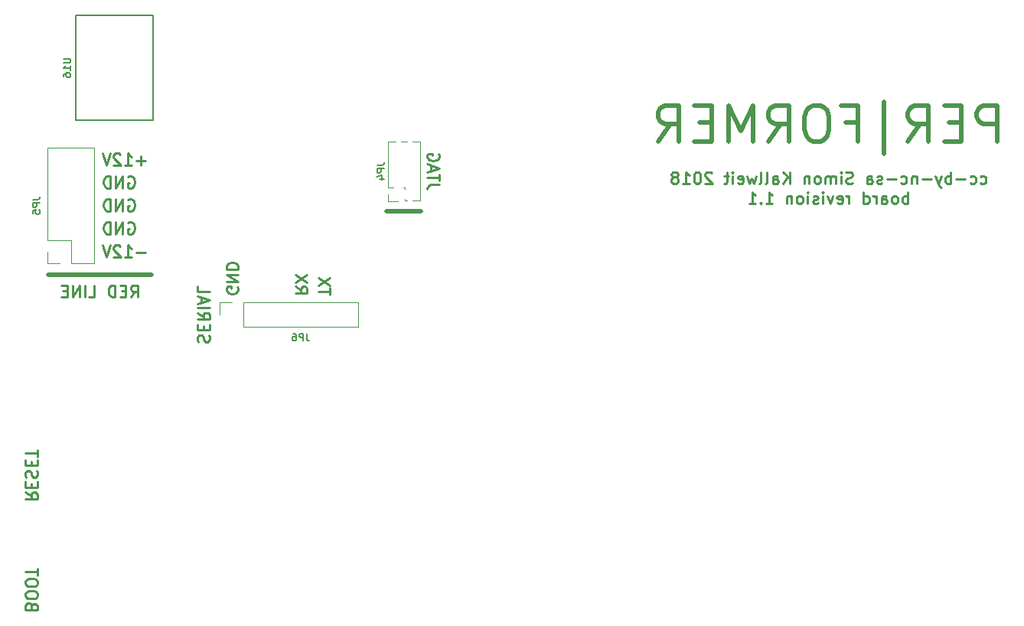
<source format=gbo>
G04 #@! TF.GenerationSoftware,KiCad,Pcbnew,(5.0.0-rc2-24-g81af2db)*
G04 #@! TF.CreationDate,2019-03-18T22:47:18-05:00*
G04 #@! TF.ProjectId,sequencer,73657175656E6365722E6B696361645F,1.0*
G04 #@! TF.SameCoordinates,Original*
G04 #@! TF.FileFunction,Legend,Bot*
G04 #@! TF.FilePolarity,Positive*
%FSLAX46Y46*%
G04 Gerber Fmt 4.6, Leading zero omitted, Abs format (unit mm)*
G04 Created by KiCad (PCBNEW (5.0.0-rc2-24-g81af2db)) date Monday, March 18, 2019 at 10:47:18 PM*
%MOMM*%
%LPD*%
G01*
G04 APERTURE LIST*
%ADD10C,0.250000*%
%ADD11C,0.500000*%
%ADD12C,0.120000*%
%ADD13C,0.127000*%
%ADD14C,0.150000*%
G04 APERTURE END LIST*
D10*
X79467857Y-122414285D02*
X79405952Y-122228571D01*
X79344047Y-122166666D01*
X79220238Y-122104761D01*
X79034523Y-122104761D01*
X78910714Y-122166666D01*
X78848809Y-122228571D01*
X78786904Y-122352380D01*
X78786904Y-122847619D01*
X80086904Y-122847619D01*
X80086904Y-122414285D01*
X80025000Y-122290476D01*
X79963095Y-122228571D01*
X79839285Y-122166666D01*
X79715476Y-122166666D01*
X79591666Y-122228571D01*
X79529761Y-122290476D01*
X79467857Y-122414285D01*
X79467857Y-122847619D01*
X80086904Y-121300000D02*
X80086904Y-121052380D01*
X80025000Y-120928571D01*
X79901190Y-120804761D01*
X79653571Y-120742857D01*
X79220238Y-120742857D01*
X78972619Y-120804761D01*
X78848809Y-120928571D01*
X78786904Y-121052380D01*
X78786904Y-121300000D01*
X78848809Y-121423809D01*
X78972619Y-121547619D01*
X79220238Y-121609523D01*
X79653571Y-121609523D01*
X79901190Y-121547619D01*
X80025000Y-121423809D01*
X80086904Y-121300000D01*
X80086904Y-119938095D02*
X80086904Y-119690476D01*
X80025000Y-119566666D01*
X79901190Y-119442857D01*
X79653571Y-119380952D01*
X79220238Y-119380952D01*
X78972619Y-119442857D01*
X78848809Y-119566666D01*
X78786904Y-119690476D01*
X78786904Y-119938095D01*
X78848809Y-120061904D01*
X78972619Y-120185714D01*
X79220238Y-120247619D01*
X79653571Y-120247619D01*
X79901190Y-120185714D01*
X80025000Y-120061904D01*
X80086904Y-119938095D01*
X80086904Y-119009523D02*
X80086904Y-118266666D01*
X78786904Y-118638095D02*
X80086904Y-118638095D01*
X78786904Y-109838095D02*
X79405952Y-110271428D01*
X78786904Y-110580952D02*
X80086904Y-110580952D01*
X80086904Y-110085714D01*
X80025000Y-109961904D01*
X79963095Y-109900000D01*
X79839285Y-109838095D01*
X79653571Y-109838095D01*
X79529761Y-109900000D01*
X79467857Y-109961904D01*
X79405952Y-110085714D01*
X79405952Y-110580952D01*
X79467857Y-109280952D02*
X79467857Y-108847619D01*
X78786904Y-108661904D02*
X78786904Y-109280952D01*
X80086904Y-109280952D01*
X80086904Y-108661904D01*
X78848809Y-108166666D02*
X78786904Y-107980952D01*
X78786904Y-107671428D01*
X78848809Y-107547619D01*
X78910714Y-107485714D01*
X79034523Y-107423809D01*
X79158333Y-107423809D01*
X79282142Y-107485714D01*
X79344047Y-107547619D01*
X79405952Y-107671428D01*
X79467857Y-107919047D01*
X79529761Y-108042857D01*
X79591666Y-108104761D01*
X79715476Y-108166666D01*
X79839285Y-108166666D01*
X79963095Y-108104761D01*
X80025000Y-108042857D01*
X80086904Y-107919047D01*
X80086904Y-107609523D01*
X80025000Y-107423809D01*
X79467857Y-106866666D02*
X79467857Y-106433333D01*
X78786904Y-106247619D02*
X78786904Y-106866666D01*
X80086904Y-106866666D01*
X80086904Y-106247619D01*
X80086904Y-105876190D02*
X80086904Y-105133333D01*
X78786904Y-105504761D02*
X80086904Y-105504761D01*
D11*
X186306666Y-71024523D02*
X186306666Y-67024523D01*
X184782857Y-67024523D01*
X184401904Y-67215000D01*
X184211428Y-67405476D01*
X184020952Y-67786428D01*
X184020952Y-68357857D01*
X184211428Y-68738809D01*
X184401904Y-68929285D01*
X184782857Y-69119761D01*
X186306666Y-69119761D01*
X182306666Y-68929285D02*
X180973333Y-68929285D01*
X180401904Y-71024523D02*
X182306666Y-71024523D01*
X182306666Y-67024523D01*
X180401904Y-67024523D01*
X176401904Y-71024523D02*
X177735238Y-69119761D01*
X178687619Y-71024523D02*
X178687619Y-67024523D01*
X177163809Y-67024523D01*
X176782857Y-67215000D01*
X176592380Y-67405476D01*
X176401904Y-67786428D01*
X176401904Y-68357857D01*
X176592380Y-68738809D01*
X176782857Y-68929285D01*
X177163809Y-69119761D01*
X178687619Y-69119761D01*
X173735238Y-72357857D02*
X173735238Y-66643571D01*
X169544761Y-68929285D02*
X170878095Y-68929285D01*
X170878095Y-71024523D02*
X170878095Y-67024523D01*
X168973333Y-67024523D01*
X166687619Y-67024523D02*
X165925714Y-67024523D01*
X165544761Y-67215000D01*
X165163809Y-67595952D01*
X164973333Y-68357857D01*
X164973333Y-69691190D01*
X165163809Y-70453095D01*
X165544761Y-70834047D01*
X165925714Y-71024523D01*
X166687619Y-71024523D01*
X167068571Y-70834047D01*
X167449523Y-70453095D01*
X167640000Y-69691190D01*
X167640000Y-68357857D01*
X167449523Y-67595952D01*
X167068571Y-67215000D01*
X166687619Y-67024523D01*
X160973333Y-71024523D02*
X162306666Y-69119761D01*
X163259047Y-71024523D02*
X163259047Y-67024523D01*
X161735238Y-67024523D01*
X161354285Y-67215000D01*
X161163809Y-67405476D01*
X160973333Y-67786428D01*
X160973333Y-68357857D01*
X161163809Y-68738809D01*
X161354285Y-68929285D01*
X161735238Y-69119761D01*
X163259047Y-69119761D01*
X159259047Y-71024523D02*
X159259047Y-67024523D01*
X157925714Y-69881666D01*
X156592380Y-67024523D01*
X156592380Y-71024523D01*
X154687619Y-68929285D02*
X153354285Y-68929285D01*
X152782857Y-71024523D02*
X154687619Y-71024523D01*
X154687619Y-67024523D01*
X152782857Y-67024523D01*
X148782857Y-71024523D02*
X150116190Y-69119761D01*
X151068571Y-71024523D02*
X151068571Y-67024523D01*
X149544761Y-67024523D01*
X149163809Y-67215000D01*
X148973333Y-67405476D01*
X148782857Y-67786428D01*
X148782857Y-68357857D01*
X148973333Y-68738809D01*
X149163809Y-68929285D01*
X149544761Y-69119761D01*
X151068571Y-69119761D01*
D10*
X184416190Y-75626190D02*
X184540000Y-75688095D01*
X184787619Y-75688095D01*
X184911428Y-75626190D01*
X184973333Y-75564285D01*
X185035238Y-75440476D01*
X185035238Y-75069047D01*
X184973333Y-74945238D01*
X184911428Y-74883333D01*
X184787619Y-74821428D01*
X184540000Y-74821428D01*
X184416190Y-74883333D01*
X183301904Y-75626190D02*
X183425714Y-75688095D01*
X183673333Y-75688095D01*
X183797142Y-75626190D01*
X183859047Y-75564285D01*
X183920952Y-75440476D01*
X183920952Y-75069047D01*
X183859047Y-74945238D01*
X183797142Y-74883333D01*
X183673333Y-74821428D01*
X183425714Y-74821428D01*
X183301904Y-74883333D01*
X182744761Y-75192857D02*
X181754285Y-75192857D01*
X181135238Y-75688095D02*
X181135238Y-74388095D01*
X181135238Y-74883333D02*
X181011428Y-74821428D01*
X180763809Y-74821428D01*
X180640000Y-74883333D01*
X180578095Y-74945238D01*
X180516190Y-75069047D01*
X180516190Y-75440476D01*
X180578095Y-75564285D01*
X180640000Y-75626190D01*
X180763809Y-75688095D01*
X181011428Y-75688095D01*
X181135238Y-75626190D01*
X180082857Y-74821428D02*
X179773333Y-75688095D01*
X179463809Y-74821428D02*
X179773333Y-75688095D01*
X179897142Y-75997619D01*
X179959047Y-76059523D01*
X180082857Y-76121428D01*
X178968571Y-75192857D02*
X177978095Y-75192857D01*
X177359047Y-74821428D02*
X177359047Y-75688095D01*
X177359047Y-74945238D02*
X177297142Y-74883333D01*
X177173333Y-74821428D01*
X176987619Y-74821428D01*
X176863809Y-74883333D01*
X176801904Y-75007142D01*
X176801904Y-75688095D01*
X175625714Y-75626190D02*
X175749523Y-75688095D01*
X175997142Y-75688095D01*
X176120952Y-75626190D01*
X176182857Y-75564285D01*
X176244761Y-75440476D01*
X176244761Y-75069047D01*
X176182857Y-74945238D01*
X176120952Y-74883333D01*
X175997142Y-74821428D01*
X175749523Y-74821428D01*
X175625714Y-74883333D01*
X175068571Y-75192857D02*
X174078095Y-75192857D01*
X173520952Y-75626190D02*
X173397142Y-75688095D01*
X173149523Y-75688095D01*
X173025714Y-75626190D01*
X172963809Y-75502380D01*
X172963809Y-75440476D01*
X173025714Y-75316666D01*
X173149523Y-75254761D01*
X173335238Y-75254761D01*
X173459047Y-75192857D01*
X173520952Y-75069047D01*
X173520952Y-75007142D01*
X173459047Y-74883333D01*
X173335238Y-74821428D01*
X173149523Y-74821428D01*
X173025714Y-74883333D01*
X171849523Y-75688095D02*
X171849523Y-75007142D01*
X171911428Y-74883333D01*
X172035238Y-74821428D01*
X172282857Y-74821428D01*
X172406666Y-74883333D01*
X171849523Y-75626190D02*
X171973333Y-75688095D01*
X172282857Y-75688095D01*
X172406666Y-75626190D01*
X172468571Y-75502380D01*
X172468571Y-75378571D01*
X172406666Y-75254761D01*
X172282857Y-75192857D01*
X171973333Y-75192857D01*
X171849523Y-75130952D01*
X170301904Y-75626190D02*
X170116190Y-75688095D01*
X169806666Y-75688095D01*
X169682857Y-75626190D01*
X169620952Y-75564285D01*
X169559047Y-75440476D01*
X169559047Y-75316666D01*
X169620952Y-75192857D01*
X169682857Y-75130952D01*
X169806666Y-75069047D01*
X170054285Y-75007142D01*
X170178095Y-74945238D01*
X170240000Y-74883333D01*
X170301904Y-74759523D01*
X170301904Y-74635714D01*
X170240000Y-74511904D01*
X170178095Y-74450000D01*
X170054285Y-74388095D01*
X169744761Y-74388095D01*
X169559047Y-74450000D01*
X169001904Y-75688095D02*
X169001904Y-74821428D01*
X169001904Y-74388095D02*
X169063809Y-74450000D01*
X169001904Y-74511904D01*
X168940000Y-74450000D01*
X169001904Y-74388095D01*
X169001904Y-74511904D01*
X168382857Y-75688095D02*
X168382857Y-74821428D01*
X168382857Y-74945238D02*
X168320952Y-74883333D01*
X168197142Y-74821428D01*
X168011428Y-74821428D01*
X167887619Y-74883333D01*
X167825714Y-75007142D01*
X167825714Y-75688095D01*
X167825714Y-75007142D02*
X167763809Y-74883333D01*
X167640000Y-74821428D01*
X167454285Y-74821428D01*
X167330476Y-74883333D01*
X167268571Y-75007142D01*
X167268571Y-75688095D01*
X166463809Y-75688095D02*
X166587619Y-75626190D01*
X166649523Y-75564285D01*
X166711428Y-75440476D01*
X166711428Y-75069047D01*
X166649523Y-74945238D01*
X166587619Y-74883333D01*
X166463809Y-74821428D01*
X166278095Y-74821428D01*
X166154285Y-74883333D01*
X166092380Y-74945238D01*
X166030476Y-75069047D01*
X166030476Y-75440476D01*
X166092380Y-75564285D01*
X166154285Y-75626190D01*
X166278095Y-75688095D01*
X166463809Y-75688095D01*
X165473333Y-74821428D02*
X165473333Y-75688095D01*
X165473333Y-74945238D02*
X165411428Y-74883333D01*
X165287619Y-74821428D01*
X165101904Y-74821428D01*
X164978095Y-74883333D01*
X164916190Y-75007142D01*
X164916190Y-75688095D01*
X163306666Y-75688095D02*
X163306666Y-74388095D01*
X162563809Y-75688095D02*
X163120952Y-74945238D01*
X162563809Y-74388095D02*
X163306666Y-75130952D01*
X161449523Y-75688095D02*
X161449523Y-75007142D01*
X161511428Y-74883333D01*
X161635238Y-74821428D01*
X161882857Y-74821428D01*
X162006666Y-74883333D01*
X161449523Y-75626190D02*
X161573333Y-75688095D01*
X161882857Y-75688095D01*
X162006666Y-75626190D01*
X162068571Y-75502380D01*
X162068571Y-75378571D01*
X162006666Y-75254761D01*
X161882857Y-75192857D01*
X161573333Y-75192857D01*
X161449523Y-75130952D01*
X160644761Y-75688095D02*
X160768571Y-75626190D01*
X160830476Y-75502380D01*
X160830476Y-74388095D01*
X159963809Y-75688095D02*
X160087619Y-75626190D01*
X160149523Y-75502380D01*
X160149523Y-74388095D01*
X159592380Y-74821428D02*
X159344761Y-75688095D01*
X159097142Y-75069047D01*
X158849523Y-75688095D01*
X158601904Y-74821428D01*
X157611428Y-75626190D02*
X157735238Y-75688095D01*
X157982857Y-75688095D01*
X158106666Y-75626190D01*
X158168571Y-75502380D01*
X158168571Y-75007142D01*
X158106666Y-74883333D01*
X157982857Y-74821428D01*
X157735238Y-74821428D01*
X157611428Y-74883333D01*
X157549523Y-75007142D01*
X157549523Y-75130952D01*
X158168571Y-75254761D01*
X156992380Y-75688095D02*
X156992380Y-74821428D01*
X156992380Y-74388095D02*
X157054285Y-74450000D01*
X156992380Y-74511904D01*
X156930476Y-74450000D01*
X156992380Y-74388095D01*
X156992380Y-74511904D01*
X156559047Y-74821428D02*
X156063809Y-74821428D01*
X156373333Y-74388095D02*
X156373333Y-75502380D01*
X156311428Y-75626190D01*
X156187619Y-75688095D01*
X156063809Y-75688095D01*
X154701904Y-74511904D02*
X154640000Y-74450000D01*
X154516190Y-74388095D01*
X154206666Y-74388095D01*
X154082857Y-74450000D01*
X154020952Y-74511904D01*
X153959047Y-74635714D01*
X153959047Y-74759523D01*
X154020952Y-74945238D01*
X154763809Y-75688095D01*
X153959047Y-75688095D01*
X153154285Y-74388095D02*
X153030476Y-74388095D01*
X152906666Y-74450000D01*
X152844761Y-74511904D01*
X152782857Y-74635714D01*
X152720952Y-74883333D01*
X152720952Y-75192857D01*
X152782857Y-75440476D01*
X152844761Y-75564285D01*
X152906666Y-75626190D01*
X153030476Y-75688095D01*
X153154285Y-75688095D01*
X153278095Y-75626190D01*
X153340000Y-75564285D01*
X153401904Y-75440476D01*
X153463809Y-75192857D01*
X153463809Y-74883333D01*
X153401904Y-74635714D01*
X153340000Y-74511904D01*
X153278095Y-74450000D01*
X153154285Y-74388095D01*
X151482857Y-75688095D02*
X152225714Y-75688095D01*
X151854285Y-75688095D02*
X151854285Y-74388095D01*
X151978095Y-74573809D01*
X152101904Y-74697619D01*
X152225714Y-74759523D01*
X150740000Y-74945238D02*
X150863809Y-74883333D01*
X150925714Y-74821428D01*
X150987619Y-74697619D01*
X150987619Y-74635714D01*
X150925714Y-74511904D01*
X150863809Y-74450000D01*
X150740000Y-74388095D01*
X150492380Y-74388095D01*
X150368571Y-74450000D01*
X150306666Y-74511904D01*
X150244761Y-74635714D01*
X150244761Y-74697619D01*
X150306666Y-74821428D01*
X150368571Y-74883333D01*
X150492380Y-74945238D01*
X150740000Y-74945238D01*
X150863809Y-75007142D01*
X150925714Y-75069047D01*
X150987619Y-75192857D01*
X150987619Y-75440476D01*
X150925714Y-75564285D01*
X150863809Y-75626190D01*
X150740000Y-75688095D01*
X150492380Y-75688095D01*
X150368571Y-75626190D01*
X150306666Y-75564285D01*
X150244761Y-75440476D01*
X150244761Y-75192857D01*
X150306666Y-75069047D01*
X150368571Y-75007142D01*
X150492380Y-74945238D01*
X176399523Y-77888095D02*
X176399523Y-76588095D01*
X176399523Y-77083333D02*
X176275714Y-77021428D01*
X176028095Y-77021428D01*
X175904285Y-77083333D01*
X175842380Y-77145238D01*
X175780476Y-77269047D01*
X175780476Y-77640476D01*
X175842380Y-77764285D01*
X175904285Y-77826190D01*
X176028095Y-77888095D01*
X176275714Y-77888095D01*
X176399523Y-77826190D01*
X175037619Y-77888095D02*
X175161428Y-77826190D01*
X175223333Y-77764285D01*
X175285238Y-77640476D01*
X175285238Y-77269047D01*
X175223333Y-77145238D01*
X175161428Y-77083333D01*
X175037619Y-77021428D01*
X174851904Y-77021428D01*
X174728095Y-77083333D01*
X174666190Y-77145238D01*
X174604285Y-77269047D01*
X174604285Y-77640476D01*
X174666190Y-77764285D01*
X174728095Y-77826190D01*
X174851904Y-77888095D01*
X175037619Y-77888095D01*
X173490000Y-77888095D02*
X173490000Y-77207142D01*
X173551904Y-77083333D01*
X173675714Y-77021428D01*
X173923333Y-77021428D01*
X174047142Y-77083333D01*
X173490000Y-77826190D02*
X173613809Y-77888095D01*
X173923333Y-77888095D01*
X174047142Y-77826190D01*
X174109047Y-77702380D01*
X174109047Y-77578571D01*
X174047142Y-77454761D01*
X173923333Y-77392857D01*
X173613809Y-77392857D01*
X173490000Y-77330952D01*
X172870952Y-77888095D02*
X172870952Y-77021428D01*
X172870952Y-77269047D02*
X172809047Y-77145238D01*
X172747142Y-77083333D01*
X172623333Y-77021428D01*
X172499523Y-77021428D01*
X171509047Y-77888095D02*
X171509047Y-76588095D01*
X171509047Y-77826190D02*
X171632857Y-77888095D01*
X171880476Y-77888095D01*
X172004285Y-77826190D01*
X172066190Y-77764285D01*
X172128095Y-77640476D01*
X172128095Y-77269047D01*
X172066190Y-77145238D01*
X172004285Y-77083333D01*
X171880476Y-77021428D01*
X171632857Y-77021428D01*
X171509047Y-77083333D01*
X169899523Y-77888095D02*
X169899523Y-77021428D01*
X169899523Y-77269047D02*
X169837619Y-77145238D01*
X169775714Y-77083333D01*
X169651904Y-77021428D01*
X169528095Y-77021428D01*
X168599523Y-77826190D02*
X168723333Y-77888095D01*
X168970952Y-77888095D01*
X169094761Y-77826190D01*
X169156666Y-77702380D01*
X169156666Y-77207142D01*
X169094761Y-77083333D01*
X168970952Y-77021428D01*
X168723333Y-77021428D01*
X168599523Y-77083333D01*
X168537619Y-77207142D01*
X168537619Y-77330952D01*
X169156666Y-77454761D01*
X168104285Y-77021428D02*
X167794761Y-77888095D01*
X167485238Y-77021428D01*
X166990000Y-77888095D02*
X166990000Y-77021428D01*
X166990000Y-76588095D02*
X167051904Y-76650000D01*
X166990000Y-76711904D01*
X166928095Y-76650000D01*
X166990000Y-76588095D01*
X166990000Y-76711904D01*
X166432857Y-77826190D02*
X166309047Y-77888095D01*
X166061428Y-77888095D01*
X165937619Y-77826190D01*
X165875714Y-77702380D01*
X165875714Y-77640476D01*
X165937619Y-77516666D01*
X166061428Y-77454761D01*
X166247142Y-77454761D01*
X166370952Y-77392857D01*
X166432857Y-77269047D01*
X166432857Y-77207142D01*
X166370952Y-77083333D01*
X166247142Y-77021428D01*
X166061428Y-77021428D01*
X165937619Y-77083333D01*
X165318571Y-77888095D02*
X165318571Y-77021428D01*
X165318571Y-76588095D02*
X165380476Y-76650000D01*
X165318571Y-76711904D01*
X165256666Y-76650000D01*
X165318571Y-76588095D01*
X165318571Y-76711904D01*
X164513809Y-77888095D02*
X164637619Y-77826190D01*
X164699523Y-77764285D01*
X164761428Y-77640476D01*
X164761428Y-77269047D01*
X164699523Y-77145238D01*
X164637619Y-77083333D01*
X164513809Y-77021428D01*
X164328095Y-77021428D01*
X164204285Y-77083333D01*
X164142380Y-77145238D01*
X164080476Y-77269047D01*
X164080476Y-77640476D01*
X164142380Y-77764285D01*
X164204285Y-77826190D01*
X164328095Y-77888095D01*
X164513809Y-77888095D01*
X163523333Y-77021428D02*
X163523333Y-77888095D01*
X163523333Y-77145238D02*
X163461428Y-77083333D01*
X163337619Y-77021428D01*
X163151904Y-77021428D01*
X163028095Y-77083333D01*
X162966190Y-77207142D01*
X162966190Y-77888095D01*
X160675714Y-77888095D02*
X161418571Y-77888095D01*
X161047142Y-77888095D02*
X161047142Y-76588095D01*
X161170952Y-76773809D01*
X161294761Y-76897619D01*
X161418571Y-76959523D01*
X160118571Y-77764285D02*
X160056666Y-77826190D01*
X160118571Y-77888095D01*
X160180476Y-77826190D01*
X160118571Y-77764285D01*
X160118571Y-77888095D01*
X158818571Y-77888095D02*
X159561428Y-77888095D01*
X159190000Y-77888095D02*
X159190000Y-76588095D01*
X159313809Y-76773809D01*
X159437619Y-76897619D01*
X159561428Y-76959523D01*
X97898809Y-93172380D02*
X97836904Y-92986666D01*
X97836904Y-92677142D01*
X97898809Y-92553333D01*
X97960714Y-92491428D01*
X98084523Y-92429523D01*
X98208333Y-92429523D01*
X98332142Y-92491428D01*
X98394047Y-92553333D01*
X98455952Y-92677142D01*
X98517857Y-92924761D01*
X98579761Y-93048571D01*
X98641666Y-93110476D01*
X98765476Y-93172380D01*
X98889285Y-93172380D01*
X99013095Y-93110476D01*
X99075000Y-93048571D01*
X99136904Y-92924761D01*
X99136904Y-92615238D01*
X99075000Y-92429523D01*
X98517857Y-91872380D02*
X98517857Y-91439047D01*
X97836904Y-91253333D02*
X97836904Y-91872380D01*
X99136904Y-91872380D01*
X99136904Y-91253333D01*
X97836904Y-89953333D02*
X98455952Y-90386666D01*
X97836904Y-90696190D02*
X99136904Y-90696190D01*
X99136904Y-90200952D01*
X99075000Y-90077142D01*
X99013095Y-90015238D01*
X98889285Y-89953333D01*
X98703571Y-89953333D01*
X98579761Y-90015238D01*
X98517857Y-90077142D01*
X98455952Y-90200952D01*
X98455952Y-90696190D01*
X97836904Y-89396190D02*
X99136904Y-89396190D01*
X98208333Y-88839047D02*
X98208333Y-88220000D01*
X97836904Y-88962857D02*
X99136904Y-88529523D01*
X97836904Y-88096190D01*
X97836904Y-87043809D02*
X97836904Y-87662857D01*
X99136904Y-87662857D01*
D11*
X122555000Y-78740000D02*
X118745000Y-78740000D01*
D10*
X90430714Y-88218095D02*
X90864047Y-87599047D01*
X91173571Y-88218095D02*
X91173571Y-86918095D01*
X90678333Y-86918095D01*
X90554523Y-86980000D01*
X90492619Y-87041904D01*
X90430714Y-87165714D01*
X90430714Y-87351428D01*
X90492619Y-87475238D01*
X90554523Y-87537142D01*
X90678333Y-87599047D01*
X91173571Y-87599047D01*
X89873571Y-87537142D02*
X89440238Y-87537142D01*
X89254523Y-88218095D02*
X89873571Y-88218095D01*
X89873571Y-86918095D01*
X89254523Y-86918095D01*
X88697380Y-88218095D02*
X88697380Y-86918095D01*
X88387857Y-86918095D01*
X88202142Y-86980000D01*
X88078333Y-87103809D01*
X88016428Y-87227619D01*
X87954523Y-87475238D01*
X87954523Y-87660952D01*
X88016428Y-87908571D01*
X88078333Y-88032380D01*
X88202142Y-88156190D01*
X88387857Y-88218095D01*
X88697380Y-88218095D01*
X85787857Y-88218095D02*
X86406904Y-88218095D01*
X86406904Y-86918095D01*
X85354523Y-88218095D02*
X85354523Y-86918095D01*
X84735476Y-88218095D02*
X84735476Y-86918095D01*
X83992619Y-88218095D01*
X83992619Y-86918095D01*
X83373571Y-87537142D02*
X82940238Y-87537142D01*
X82754523Y-88218095D02*
X83373571Y-88218095D01*
X83373571Y-86918095D01*
X82754523Y-86918095D01*
D11*
X81280000Y-85725000D02*
X92710000Y-85725000D01*
D10*
X92047976Y-73117857D02*
X91057500Y-73117857D01*
X91552738Y-73613095D02*
X91552738Y-72622619D01*
X89757500Y-73613095D02*
X90500357Y-73613095D01*
X90128928Y-73613095D02*
X90128928Y-72313095D01*
X90252738Y-72498809D01*
X90376547Y-72622619D01*
X90500357Y-72684523D01*
X89262261Y-72436904D02*
X89200357Y-72375000D01*
X89076547Y-72313095D01*
X88767023Y-72313095D01*
X88643214Y-72375000D01*
X88581309Y-72436904D01*
X88519404Y-72560714D01*
X88519404Y-72684523D01*
X88581309Y-72870238D01*
X89324166Y-73613095D01*
X88519404Y-73613095D01*
X88147976Y-72313095D02*
X87714642Y-73613095D01*
X87281309Y-72313095D01*
X92047976Y-83277857D02*
X91057500Y-83277857D01*
X89757500Y-83773095D02*
X90500357Y-83773095D01*
X90128928Y-83773095D02*
X90128928Y-82473095D01*
X90252738Y-82658809D01*
X90376547Y-82782619D01*
X90500357Y-82844523D01*
X89262261Y-82596904D02*
X89200357Y-82535000D01*
X89076547Y-82473095D01*
X88767023Y-82473095D01*
X88643214Y-82535000D01*
X88581309Y-82596904D01*
X88519404Y-82720714D01*
X88519404Y-82844523D01*
X88581309Y-83030238D01*
X89324166Y-83773095D01*
X88519404Y-83773095D01*
X88147976Y-82473095D02*
X87714642Y-83773095D01*
X87281309Y-82473095D01*
X90128928Y-74915000D02*
X90252738Y-74853095D01*
X90438452Y-74853095D01*
X90624166Y-74915000D01*
X90747976Y-75038809D01*
X90809880Y-75162619D01*
X90871785Y-75410238D01*
X90871785Y-75595952D01*
X90809880Y-75843571D01*
X90747976Y-75967380D01*
X90624166Y-76091190D01*
X90438452Y-76153095D01*
X90314642Y-76153095D01*
X90128928Y-76091190D01*
X90067023Y-76029285D01*
X90067023Y-75595952D01*
X90314642Y-75595952D01*
X89509880Y-76153095D02*
X89509880Y-74853095D01*
X88767023Y-76153095D01*
X88767023Y-74853095D01*
X88147976Y-76153095D02*
X88147976Y-74853095D01*
X87838452Y-74853095D01*
X87652738Y-74915000D01*
X87528928Y-75038809D01*
X87467023Y-75162619D01*
X87405119Y-75410238D01*
X87405119Y-75595952D01*
X87467023Y-75843571D01*
X87528928Y-75967380D01*
X87652738Y-76091190D01*
X87838452Y-76153095D01*
X88147976Y-76153095D01*
X90128928Y-77455000D02*
X90252738Y-77393095D01*
X90438452Y-77393095D01*
X90624166Y-77455000D01*
X90747976Y-77578809D01*
X90809880Y-77702619D01*
X90871785Y-77950238D01*
X90871785Y-78135952D01*
X90809880Y-78383571D01*
X90747976Y-78507380D01*
X90624166Y-78631190D01*
X90438452Y-78693095D01*
X90314642Y-78693095D01*
X90128928Y-78631190D01*
X90067023Y-78569285D01*
X90067023Y-78135952D01*
X90314642Y-78135952D01*
X89509880Y-78693095D02*
X89509880Y-77393095D01*
X88767023Y-78693095D01*
X88767023Y-77393095D01*
X88147976Y-78693095D02*
X88147976Y-77393095D01*
X87838452Y-77393095D01*
X87652738Y-77455000D01*
X87528928Y-77578809D01*
X87467023Y-77702619D01*
X87405119Y-77950238D01*
X87405119Y-78135952D01*
X87467023Y-78383571D01*
X87528928Y-78507380D01*
X87652738Y-78631190D01*
X87838452Y-78693095D01*
X88147976Y-78693095D01*
X90128928Y-79995000D02*
X90252738Y-79933095D01*
X90438452Y-79933095D01*
X90624166Y-79995000D01*
X90747976Y-80118809D01*
X90809880Y-80242619D01*
X90871785Y-80490238D01*
X90871785Y-80675952D01*
X90809880Y-80923571D01*
X90747976Y-81047380D01*
X90624166Y-81171190D01*
X90438452Y-81233095D01*
X90314642Y-81233095D01*
X90128928Y-81171190D01*
X90067023Y-81109285D01*
X90067023Y-80675952D01*
X90314642Y-80675952D01*
X89509880Y-81233095D02*
X89509880Y-79933095D01*
X88767023Y-81233095D01*
X88767023Y-79933095D01*
X88147976Y-81233095D02*
X88147976Y-79933095D01*
X87838452Y-79933095D01*
X87652738Y-79995000D01*
X87528928Y-80118809D01*
X87467023Y-80242619D01*
X87405119Y-80490238D01*
X87405119Y-80675952D01*
X87467023Y-80923571D01*
X87528928Y-81047380D01*
X87652738Y-81171190D01*
X87838452Y-81233095D01*
X88147976Y-81233095D01*
X102250000Y-87112023D02*
X102311904Y-87235833D01*
X102311904Y-87421547D01*
X102250000Y-87607261D01*
X102126190Y-87731071D01*
X102002380Y-87792976D01*
X101754761Y-87854880D01*
X101569047Y-87854880D01*
X101321428Y-87792976D01*
X101197619Y-87731071D01*
X101073809Y-87607261D01*
X101011904Y-87421547D01*
X101011904Y-87297738D01*
X101073809Y-87112023D01*
X101135714Y-87050119D01*
X101569047Y-87050119D01*
X101569047Y-87297738D01*
X101011904Y-86492976D02*
X102311904Y-86492976D01*
X101011904Y-85750119D01*
X102311904Y-85750119D01*
X101011904Y-85131071D02*
X102311904Y-85131071D01*
X102311904Y-84821547D01*
X102250000Y-84635833D01*
X102126190Y-84512023D01*
X102002380Y-84450119D01*
X101754761Y-84388214D01*
X101569047Y-84388214D01*
X101321428Y-84450119D01*
X101197619Y-84512023D01*
X101073809Y-84635833D01*
X101011904Y-84821547D01*
X101011904Y-85131071D01*
X112471904Y-87978690D02*
X112471904Y-87235833D01*
X111171904Y-87607261D02*
X112471904Y-87607261D01*
X112471904Y-86926309D02*
X111171904Y-86059642D01*
X112471904Y-86059642D02*
X111171904Y-86926309D01*
X108631904Y-87050119D02*
X109250952Y-87483452D01*
X108631904Y-87792976D02*
X109931904Y-87792976D01*
X109931904Y-87297738D01*
X109870000Y-87173928D01*
X109808095Y-87112023D01*
X109684285Y-87050119D01*
X109498571Y-87050119D01*
X109374761Y-87112023D01*
X109312857Y-87173928D01*
X109250952Y-87297738D01*
X109250952Y-87792976D01*
X109931904Y-86616785D02*
X108631904Y-85750119D01*
X109931904Y-85750119D02*
X108631904Y-86616785D01*
X124536904Y-75811666D02*
X123608333Y-75811666D01*
X123422619Y-75873571D01*
X123298809Y-75997380D01*
X123236904Y-76183095D01*
X123236904Y-76306904D01*
X124536904Y-75378333D02*
X124536904Y-74635476D01*
X123236904Y-75006904D02*
X124536904Y-75006904D01*
X123608333Y-74264047D02*
X123608333Y-73645000D01*
X123236904Y-74387857D02*
X124536904Y-73954523D01*
X123236904Y-73521190D01*
X124475000Y-72406904D02*
X124536904Y-72530714D01*
X124536904Y-72716428D01*
X124475000Y-72902142D01*
X124351190Y-73025952D01*
X124227380Y-73087857D01*
X123979761Y-73149761D01*
X123794047Y-73149761D01*
X123546428Y-73087857D01*
X123422619Y-73025952D01*
X123298809Y-72902142D01*
X123236904Y-72716428D01*
X123236904Y-72592619D01*
X123298809Y-72406904D01*
X123360714Y-72345000D01*
X123794047Y-72345000D01*
X123794047Y-72592619D01*
D12*
G04 #@! TO.C,JP6*
X115630000Y-88840000D02*
X115630000Y-91500000D01*
X102870000Y-88840000D02*
X115630000Y-88840000D01*
X102870000Y-91500000D02*
X115630000Y-91500000D01*
X102870000Y-88840000D02*
X102870000Y-91500000D01*
X101600000Y-88840000D02*
X100270000Y-88840000D01*
X100270000Y-88840000D02*
X100270000Y-90170000D01*
G04 #@! TO.C,JP4*
X118885000Y-71060000D02*
X119707470Y-71060000D01*
X121592530Y-71060000D02*
X122415000Y-71060000D01*
X120322530Y-71060000D02*
X120977470Y-71060000D01*
X118885000Y-76075000D02*
X118885000Y-71060000D01*
X122415000Y-77530000D02*
X122415000Y-71060000D01*
X118885000Y-76075000D02*
X119451529Y-76075000D01*
X120578471Y-76075000D02*
X120721529Y-76075000D01*
X120775000Y-76128471D02*
X120775000Y-76271529D01*
X120775000Y-77398471D02*
X120775000Y-77530000D01*
X120775000Y-77530000D02*
X120977470Y-77530000D01*
X121592530Y-77530000D02*
X122415000Y-77530000D01*
X118885000Y-76835000D02*
X118885000Y-77595000D01*
X118885000Y-77595000D02*
X120015000Y-77595000D01*
G04 #@! TO.C,JP5*
X81220000Y-71695000D02*
X86420000Y-71695000D01*
X81220000Y-81915000D02*
X81220000Y-71695000D01*
X86420000Y-84515000D02*
X86420000Y-71695000D01*
X81220000Y-81915000D02*
X83820000Y-81915000D01*
X83820000Y-81915000D02*
X83820000Y-84515000D01*
X83820000Y-84515000D02*
X86420000Y-84515000D01*
X81220000Y-83185000D02*
X81220000Y-84515000D01*
X81220000Y-84515000D02*
X82550000Y-84515000D01*
D13*
G04 #@! TO.C,U16*
X84360000Y-68665000D02*
X84360000Y-57065000D01*
X84360000Y-57065000D02*
X92860000Y-57065000D01*
X92860000Y-57065000D02*
X92860000Y-68665000D01*
X92860000Y-68665000D02*
X84360000Y-68665000D01*
G04 #@! TO.C,JP6*
D14*
X109886666Y-92271904D02*
X109886666Y-92843333D01*
X109924761Y-92957619D01*
X110000952Y-93033809D01*
X110115238Y-93071904D01*
X110191428Y-93071904D01*
X109505714Y-93071904D02*
X109505714Y-92271904D01*
X109200952Y-92271904D01*
X109124761Y-92310000D01*
X109086666Y-92348095D01*
X109048571Y-92424285D01*
X109048571Y-92538571D01*
X109086666Y-92614761D01*
X109124761Y-92652857D01*
X109200952Y-92690952D01*
X109505714Y-92690952D01*
X108362857Y-92271904D02*
X108515238Y-92271904D01*
X108591428Y-92310000D01*
X108629523Y-92348095D01*
X108705714Y-92462380D01*
X108743809Y-92614761D01*
X108743809Y-92919523D01*
X108705714Y-92995714D01*
X108667619Y-93033809D01*
X108591428Y-93071904D01*
X108439047Y-93071904D01*
X108362857Y-93033809D01*
X108324761Y-92995714D01*
X108286666Y-92919523D01*
X108286666Y-92729047D01*
X108324761Y-92652857D01*
X108362857Y-92614761D01*
X108439047Y-92576666D01*
X108591428Y-92576666D01*
X108667619Y-92614761D01*
X108705714Y-92652857D01*
X108743809Y-92729047D01*
G04 #@! TO.C,JP4*
X117671904Y-73628333D02*
X118243333Y-73628333D01*
X118357619Y-73590238D01*
X118433809Y-73514047D01*
X118471904Y-73399761D01*
X118471904Y-73323571D01*
X118471904Y-74009285D02*
X117671904Y-74009285D01*
X117671904Y-74314047D01*
X117710000Y-74390238D01*
X117748095Y-74428333D01*
X117824285Y-74466428D01*
X117938571Y-74466428D01*
X118014761Y-74428333D01*
X118052857Y-74390238D01*
X118090952Y-74314047D01*
X118090952Y-74009285D01*
X117938571Y-75152142D02*
X118471904Y-75152142D01*
X117633809Y-74961666D02*
X118205238Y-74771190D01*
X118205238Y-75266428D01*
G04 #@! TO.C,JP5*
X79571904Y-77438333D02*
X80143333Y-77438333D01*
X80257619Y-77400238D01*
X80333809Y-77324047D01*
X80371904Y-77209761D01*
X80371904Y-77133571D01*
X80371904Y-77819285D02*
X79571904Y-77819285D01*
X79571904Y-78124047D01*
X79610000Y-78200238D01*
X79648095Y-78238333D01*
X79724285Y-78276428D01*
X79838571Y-78276428D01*
X79914761Y-78238333D01*
X79952857Y-78200238D01*
X79990952Y-78124047D01*
X79990952Y-77819285D01*
X79571904Y-79000238D02*
X79571904Y-78619285D01*
X79952857Y-78581190D01*
X79914761Y-78619285D01*
X79876666Y-78695476D01*
X79876666Y-78885952D01*
X79914761Y-78962142D01*
X79952857Y-79000238D01*
X80029047Y-79038333D01*
X80219523Y-79038333D01*
X80295714Y-79000238D01*
X80333809Y-78962142D01*
X80371904Y-78885952D01*
X80371904Y-78695476D01*
X80333809Y-78619285D01*
X80295714Y-78581190D01*
G04 #@! TO.C,U16*
X82981904Y-61882976D02*
X83629523Y-61882976D01*
X83705714Y-61921071D01*
X83743809Y-61959166D01*
X83781904Y-62035357D01*
X83781904Y-62187738D01*
X83743809Y-62263928D01*
X83705714Y-62302023D01*
X83629523Y-62340119D01*
X82981904Y-62340119D01*
X83781904Y-63140119D02*
X83781904Y-62682976D01*
X83781904Y-62911547D02*
X82981904Y-62911547D01*
X83096190Y-62835357D01*
X83172380Y-62759166D01*
X83210476Y-62682976D01*
X82981904Y-63825833D02*
X82981904Y-63673452D01*
X83020000Y-63597261D01*
X83058095Y-63559166D01*
X83172380Y-63482976D01*
X83324761Y-63444880D01*
X83629523Y-63444880D01*
X83705714Y-63482976D01*
X83743809Y-63521071D01*
X83781904Y-63597261D01*
X83781904Y-63749642D01*
X83743809Y-63825833D01*
X83705714Y-63863928D01*
X83629523Y-63902023D01*
X83439047Y-63902023D01*
X83362857Y-63863928D01*
X83324761Y-63825833D01*
X83286666Y-63749642D01*
X83286666Y-63597261D01*
X83324761Y-63521071D01*
X83362857Y-63482976D01*
X83439047Y-63444880D01*
G04 #@! TD*
M02*

</source>
